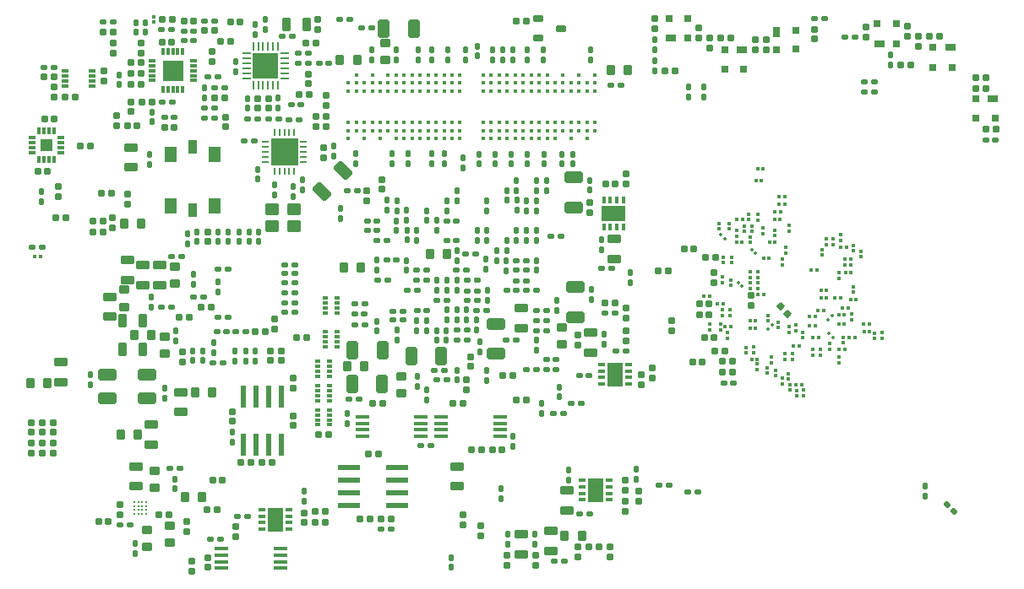
<source format=gbp>
G04 Layer_Color=128*
%FSLAX44Y44*%
%MOMM*%
G71*
G01*
G75*
G04:AMPARAMS|DCode=19|XSize=1.3mm|YSize=0.8mm|CornerRadius=0.1mm|HoleSize=0mm|Usage=FLASHONLY|Rotation=0.000|XOffset=0mm|YOffset=0mm|HoleType=Round|Shape=RoundedRectangle|*
%AMROUNDEDRECTD19*
21,1,1.3000,0.6000,0,0,0.0*
21,1,1.1000,0.8000,0,0,0.0*
1,1,0.2000,0.5500,-0.3000*
1,1,0.2000,-0.5500,-0.3000*
1,1,0.2000,-0.5500,0.3000*
1,1,0.2000,0.5500,0.3000*
%
%ADD19ROUNDEDRECTD19*%
G04:AMPARAMS|DCode=20|XSize=1.3mm|YSize=0.8mm|CornerRadius=0.1mm|HoleSize=0mm|Usage=FLASHONLY|Rotation=90.000|XOffset=0mm|YOffset=0mm|HoleType=Round|Shape=RoundedRectangle|*
%AMROUNDEDRECTD20*
21,1,1.3000,0.6000,0,0,90.0*
21,1,1.1000,0.8000,0,0,90.0*
1,1,0.2000,0.3000,0.5500*
1,1,0.2000,0.3000,-0.5500*
1,1,0.2000,-0.3000,-0.5500*
1,1,0.2000,-0.3000,0.5500*
%
%ADD20ROUNDEDRECTD20*%
%ADD21R,0.3000X0.3500*%
G04:AMPARAMS|DCode=24|XSize=0.6mm|YSize=0.6mm|CornerRadius=0.06mm|HoleSize=0mm|Usage=FLASHONLY|Rotation=0.000|XOffset=0mm|YOffset=0mm|HoleType=Round|Shape=RoundedRectangle|*
%AMROUNDEDRECTD24*
21,1,0.6000,0.4800,0,0,0.0*
21,1,0.4800,0.6000,0,0,0.0*
1,1,0.1200,0.2400,-0.2400*
1,1,0.1200,-0.2400,-0.2400*
1,1,0.1200,-0.2400,0.2400*
1,1,0.1200,0.2400,0.2400*
%
%ADD24ROUNDEDRECTD24*%
G04:AMPARAMS|DCode=28|XSize=0.5mm|YSize=0.6mm|CornerRadius=0.05mm|HoleSize=0mm|Usage=FLASHONLY|Rotation=180.000|XOffset=0mm|YOffset=0mm|HoleType=Round|Shape=RoundedRectangle|*
%AMROUNDEDRECTD28*
21,1,0.5000,0.5000,0,0,180.0*
21,1,0.4000,0.6000,0,0,180.0*
1,1,0.1000,-0.2000,0.2500*
1,1,0.1000,0.2000,0.2500*
1,1,0.1000,0.2000,-0.2500*
1,1,0.1000,-0.2000,-0.2500*
%
%ADD28ROUNDEDRECTD28*%
G04:AMPARAMS|DCode=33|XSize=0.5mm|YSize=0.6mm|CornerRadius=0.05mm|HoleSize=0mm|Usage=FLASHONLY|Rotation=90.000|XOffset=0mm|YOffset=0mm|HoleType=Round|Shape=RoundedRectangle|*
%AMROUNDEDRECTD33*
21,1,0.5000,0.5000,0,0,90.0*
21,1,0.4000,0.6000,0,0,90.0*
1,1,0.1000,0.2500,0.2000*
1,1,0.1000,0.2500,-0.2000*
1,1,0.1000,-0.2500,-0.2000*
1,1,0.1000,-0.2500,0.2000*
%
%ADD33ROUNDEDRECTD33*%
G04:AMPARAMS|DCode=35|XSize=0.6mm|YSize=0.6mm|CornerRadius=0.06mm|HoleSize=0mm|Usage=FLASHONLY|Rotation=270.000|XOffset=0mm|YOffset=0mm|HoleType=Round|Shape=RoundedRectangle|*
%AMROUNDEDRECTD35*
21,1,0.6000,0.4800,0,0,270.0*
21,1,0.4800,0.6000,0,0,270.0*
1,1,0.1200,-0.2400,-0.2400*
1,1,0.1200,-0.2400,0.2400*
1,1,0.1200,0.2400,0.2400*
1,1,0.1200,0.2400,-0.2400*
%
%ADD35ROUNDEDRECTD35*%
%ADD36R,0.7000X0.3000*%
%ADD37R,1.6000X2.3500*%
G04:AMPARAMS|DCode=46|XSize=1mm|YSize=0.9mm|CornerRadius=0.1125mm|HoleSize=0mm|Usage=FLASHONLY|Rotation=90.000|XOffset=0mm|YOffset=0mm|HoleType=Round|Shape=RoundedRectangle|*
%AMROUNDEDRECTD46*
21,1,1.0000,0.6750,0,0,90.0*
21,1,0.7750,0.9000,0,0,90.0*
1,1,0.2250,0.3375,0.3875*
1,1,0.2250,0.3375,-0.3875*
1,1,0.2250,-0.3375,-0.3875*
1,1,0.2250,-0.3375,0.3875*
%
%ADD46ROUNDEDRECTD46*%
G04:AMPARAMS|DCode=47|XSize=1mm|YSize=0.9mm|CornerRadius=0.1125mm|HoleSize=0mm|Usage=FLASHONLY|Rotation=180.000|XOffset=0mm|YOffset=0mm|HoleType=Round|Shape=RoundedRectangle|*
%AMROUNDEDRECTD47*
21,1,1.0000,0.6750,0,0,180.0*
21,1,0.7750,0.9000,0,0,180.0*
1,1,0.2250,-0.3875,0.3375*
1,1,0.2250,0.3875,0.3375*
1,1,0.2250,0.3875,-0.3375*
1,1,0.2250,-0.3875,-0.3375*
%
%ADD47ROUNDEDRECTD47*%
G04:AMPARAMS|DCode=53|XSize=0.5mm|YSize=0.6mm|CornerRadius=0.05mm|HoleSize=0mm|Usage=FLASHONLY|Rotation=225.000|XOffset=0mm|YOffset=0mm|HoleType=Round|Shape=RoundedRectangle|*
%AMROUNDEDRECTD53*
21,1,0.5000,0.5000,0,0,225.0*
21,1,0.4000,0.6000,0,0,225.0*
1,1,0.1000,-0.3182,0.0354*
1,1,0.1000,-0.0354,0.3182*
1,1,0.1000,0.3182,-0.0354*
1,1,0.1000,0.0354,-0.3182*
%
%ADD53ROUNDEDRECTD53*%
G04:AMPARAMS|DCode=59|XSize=0.6mm|YSize=0.6mm|CornerRadius=0.06mm|HoleSize=0mm|Usage=FLASHONLY|Rotation=45.000|XOffset=0mm|YOffset=0mm|HoleType=Round|Shape=RoundedRectangle|*
%AMROUNDEDRECTD59*
21,1,0.6000,0.4800,0,0,45.0*
21,1,0.4800,0.6000,0,0,45.0*
1,1,0.1200,0.3394,0.0000*
1,1,0.1200,0.0000,-0.3394*
1,1,0.1200,-0.3394,0.0000*
1,1,0.1200,0.0000,0.3394*
%
%ADD59ROUNDEDRECTD59*%
%ADD65R,0.6000X0.3500*%
%ADD66R,0.6000X0.3000*%
G04:AMPARAMS|DCode=73|XSize=1.8mm|YSize=1.15mm|CornerRadius=0.1437mm|HoleSize=0mm|Usage=FLASHONLY|Rotation=180.000|XOffset=0mm|YOffset=0mm|HoleType=Round|Shape=RoundedRectangle|*
%AMROUNDEDRECTD73*
21,1,1.8000,0.8625,0,0,180.0*
21,1,1.5125,1.1500,0,0,180.0*
1,1,0.2875,-0.7562,0.4313*
1,1,0.2875,0.7562,0.4313*
1,1,0.2875,0.7562,-0.4313*
1,1,0.2875,-0.7562,-0.4313*
%
%ADD73ROUNDEDRECTD73*%
G04:AMPARAMS|DCode=80|XSize=1.8mm|YSize=1.15mm|CornerRadius=0.1437mm|HoleSize=0mm|Usage=FLASHONLY|Rotation=90.000|XOffset=0mm|YOffset=0mm|HoleType=Round|Shape=RoundedRectangle|*
%AMROUNDEDRECTD80*
21,1,1.8000,0.8625,0,0,90.0*
21,1,1.5125,1.1500,0,0,90.0*
1,1,0.2875,0.4313,0.7562*
1,1,0.2875,0.4313,-0.7562*
1,1,0.2875,-0.4313,-0.7562*
1,1,0.2875,-0.4313,0.7562*
%
%ADD80ROUNDEDRECTD80*%
%ADD95R,0.3000X0.7000*%
%ADD96R,2.3500X1.6000*%
%ADD135R,0.7000X0.7000*%
%ADD136R,1.0000X0.7000*%
%ADD137R,0.7000X0.7000*%
%ADD138R,0.7000X1.0000*%
G04:AMPARAMS|DCode=139|XSize=0.6mm|YSize=1mm|CornerRadius=0.075mm|HoleSize=0mm|Usage=FLASHONLY|Rotation=90.000|XOffset=0mm|YOffset=0mm|HoleType=Round|Shape=RoundedRectangle|*
%AMROUNDEDRECTD139*
21,1,0.6000,0.8500,0,0,90.0*
21,1,0.4500,1.0000,0,0,90.0*
1,1,0.1500,0.4250,0.2250*
1,1,0.1500,0.4250,-0.2250*
1,1,0.1500,-0.4250,-0.2250*
1,1,0.1500,-0.4250,0.2250*
%
%ADD139ROUNDEDRECTD139*%
%ADD140R,0.2500X0.8000*%
%ADD141R,0.8000X0.2500*%
%ADD142R,2.7000X2.7000*%
%ADD143R,0.3500X0.3000*%
%ADD144R,0.8000X0.3000*%
%ADD145R,0.3000X0.8000*%
%ADD146R,1.2500X1.2500*%
%ADD147C,0.4500*%
G04:AMPARAMS|DCode=148|XSize=1.8mm|YSize=1.2mm|CornerRadius=0.15mm|HoleSize=0mm|Usage=FLASHONLY|Rotation=180.000|XOffset=0mm|YOffset=0mm|HoleType=Round|Shape=RoundedRectangle|*
%AMROUNDEDRECTD148*
21,1,1.8000,0.9000,0,0,180.0*
21,1,1.5000,1.2000,0,0,180.0*
1,1,0.3000,-0.7500,0.4500*
1,1,0.3000,0.7500,0.4500*
1,1,0.3000,0.7500,-0.4500*
1,1,0.3000,-0.7500,-0.4500*
%
%ADD148ROUNDEDRECTD148*%
%ADD149R,2.2000X0.5500*%
%ADD150R,0.5500X2.2000*%
%ADD151R,1.4000X0.4500*%
%ADD152O,0.2500X0.9000*%
%ADD153O,0.9000X0.2500*%
%ADD154R,2.6000X2.6000*%
G04:AMPARAMS|DCode=155|XSize=1.4mm|YSize=1.2mm|CornerRadius=0.15mm|HoleSize=0mm|Usage=FLASHONLY|Rotation=0.000|XOffset=0mm|YOffset=0mm|HoleType=Round|Shape=RoundedRectangle|*
%AMROUNDEDRECTD155*
21,1,1.4000,0.9000,0,0,0.0*
21,1,1.1000,1.2000,0,0,0.0*
1,1,0.3000,0.5500,-0.4500*
1,1,0.3000,-0.5500,-0.4500*
1,1,0.3000,-0.5500,0.4500*
1,1,0.3000,0.5500,0.4500*
%
%ADD155ROUNDEDRECTD155*%
%ADD156C,0.2000*%
G04:AMPARAMS|DCode=157|XSize=0.3mm|YSize=0.35mm|CornerRadius=0mm|HoleSize=0mm|Usage=FLASHONLY|Rotation=225.000|XOffset=0mm|YOffset=0mm|HoleType=Round|Shape=Rectangle|*
%AMROTATEDRECTD157*
4,1,4,-0.0177,0.2298,0.2298,-0.0177,0.0177,-0.2298,-0.2298,0.0177,-0.0177,0.2298,0.0*
%
%ADD157ROTATEDRECTD157*%

G04:AMPARAMS|DCode=158|XSize=0.3mm|YSize=0.35mm|CornerRadius=0mm|HoleSize=0mm|Usage=FLASHONLY|Rotation=315.000|XOffset=0mm|YOffset=0mm|HoleType=Round|Shape=Rectangle|*
%AMROTATEDRECTD158*
4,1,4,-0.2298,-0.0177,0.0177,0.2298,0.2298,0.0177,-0.0177,-0.2298,-0.2298,-0.0177,0.0*
%
%ADD158ROTATEDRECTD158*%

%ADD159R,0.9000X1.4000*%
%ADD160R,1.2000X1.5000*%
%ADD161R,2.1000X2.1000*%
G04:AMPARAMS|DCode=162|XSize=1.8mm|YSize=1.15mm|CornerRadius=0.1437mm|HoleSize=0mm|Usage=FLASHONLY|Rotation=315.000|XOffset=0mm|YOffset=0mm|HoleType=Round|Shape=RoundedRectangle|*
%AMROUNDEDRECTD162*
21,1,1.8000,0.8625,0,0,315.0*
21,1,1.5125,1.1500,0,0,315.0*
1,1,0.2875,0.2298,-0.8397*
1,1,0.2875,-0.8397,0.2298*
1,1,0.2875,-0.2298,0.8397*
1,1,0.2875,0.8397,-0.2298*
%
%ADD162ROUNDEDRECTD162*%
D19*
X108000Y428750D02*
D03*
Y448750D02*
D03*
X37500Y233500D02*
D03*
Y213500D02*
D03*
X499500Y287750D02*
D03*
Y267750D02*
D03*
X435000Y108750D02*
D03*
Y128750D02*
D03*
X157750Y183500D02*
D03*
Y203500D02*
D03*
X128500Y151000D02*
D03*
Y171000D02*
D03*
X104250Y316000D02*
D03*
Y336000D02*
D03*
X86750Y299000D02*
D03*
Y279000D02*
D03*
X136750Y310750D02*
D03*
Y330750D02*
D03*
X119500Y310750D02*
D03*
X119500Y330750D02*
D03*
X568500Y243000D02*
D03*
Y263000D02*
D03*
X544650Y104890D02*
D03*
Y84890D02*
D03*
X499000Y60750D02*
D03*
Y40750D02*
D03*
X529125Y64250D02*
D03*
Y44250D02*
D03*
X113500Y129000D02*
D03*
Y109000D02*
D03*
X592500Y357250D02*
D03*
Y337250D02*
D03*
D20*
X283750Y572250D02*
D03*
X263750D02*
D03*
X119750Y275250D02*
D03*
X99750Y275250D02*
D03*
X119500Y246500D02*
D03*
X99500D02*
D03*
D21*
X17300Y339500D02*
D03*
X11700D02*
D03*
X739800Y416000D02*
D03*
X734200D02*
D03*
X805050Y297750D02*
D03*
X799450D02*
D03*
X780004Y210886D02*
D03*
X774404D02*
D03*
X819460Y348687D02*
D03*
X825060D02*
D03*
X823710Y337187D02*
D03*
X829310D02*
D03*
X823460Y330687D02*
D03*
X829060D02*
D03*
X824174Y323073D02*
D03*
X829774D02*
D03*
X795310Y325437D02*
D03*
X789710D02*
D03*
X805100Y305250D02*
D03*
X799500D02*
D03*
X819290Y297813D02*
D03*
X813690D02*
D03*
X828960Y296187D02*
D03*
X834560D02*
D03*
X826540Y288063D02*
D03*
X820940D02*
D03*
X817210Y280687D02*
D03*
X822810D02*
D03*
X842460Y271437D02*
D03*
X848060D02*
D03*
X802063Y285260D02*
D03*
X796463D02*
D03*
X817210Y271937D02*
D03*
X822810D02*
D03*
X848100Y264250D02*
D03*
X842500D02*
D03*
X828010Y258487D02*
D03*
X833610D02*
D03*
X793810Y278937D02*
D03*
X788210D02*
D03*
X793750Y270187D02*
D03*
X788150D02*
D03*
X791250Y258250D02*
D03*
X796850D02*
D03*
X771960Y249937D02*
D03*
X777560D02*
D03*
X817748Y246289D02*
D03*
X823348D02*
D03*
X735900Y427250D02*
D03*
X741500D02*
D03*
X762930Y399817D02*
D03*
X757330D02*
D03*
X763010Y392000D02*
D03*
X757410D02*
D03*
X758810Y384187D02*
D03*
X753210D02*
D03*
X752900Y376250D02*
D03*
X758500D02*
D03*
X720760Y376437D02*
D03*
X715160D02*
D03*
X720510Y353387D02*
D03*
X714910D02*
D03*
X753500Y354000D02*
D03*
X747900D02*
D03*
X741826Y337437D02*
D03*
X747426D02*
D03*
X687710Y299737D02*
D03*
X682110D02*
D03*
X735810Y236437D02*
D03*
X730210D02*
D03*
X709000Y269387D02*
D03*
X703400D02*
D03*
X734060Y267687D02*
D03*
X728460D02*
D03*
Y275437D02*
D03*
X734060D02*
D03*
X701310Y292187D02*
D03*
X695710D02*
D03*
X736460Y300937D02*
D03*
X742060D02*
D03*
D24*
X304000Y491000D02*
D03*
Y501000D02*
D03*
X844250Y559750D02*
D03*
Y569750D02*
D03*
X886000Y570500D02*
D03*
Y560500D02*
D03*
X897000D02*
D03*
Y550500D02*
D03*
X733448Y557125D02*
D03*
Y547125D02*
D03*
X677250Y568500D02*
D03*
Y558500D02*
D03*
X688250D02*
D03*
Y548500D02*
D03*
X744448Y547125D02*
D03*
Y557125D02*
D03*
X632750Y567750D02*
D03*
Y577750D02*
D03*
X793250Y557500D02*
D03*
Y567500D02*
D03*
X270250Y207250D02*
D03*
Y217250D02*
D03*
X213000Y68250D02*
D03*
Y58250D02*
D03*
X649750Y265250D02*
D03*
Y275250D02*
D03*
X35250Y409750D02*
D03*
Y399750D02*
D03*
X117750Y553500D02*
D03*
Y543500D02*
D03*
X90250Y553750D02*
D03*
Y543750D02*
D03*
X295250Y567000D02*
D03*
Y577000D02*
D03*
X89750Y368250D02*
D03*
Y378250D02*
D03*
X202605Y479429D02*
D03*
Y469429D02*
D03*
X189250Y535000D02*
D03*
Y545000D02*
D03*
X270750Y169750D02*
D03*
Y179750D02*
D03*
X209750Y174000D02*
D03*
Y184000D02*
D03*
X184750Y364250D02*
D03*
Y354250D02*
D03*
X252250Y266750D02*
D03*
Y276750D02*
D03*
X258500Y235000D02*
D03*
Y245000D02*
D03*
X247750Y235000D02*
D03*
Y245000D02*
D03*
X159500Y233500D02*
D03*
Y243500D02*
D03*
X448000Y229000D02*
D03*
Y239000D02*
D03*
X444500Y215500D02*
D03*
Y205500D02*
D03*
X440750Y70250D02*
D03*
Y80250D02*
D03*
X604000Y254500D02*
D03*
Y264500D02*
D03*
X603650Y114640D02*
D03*
Y104640D02*
D03*
Y83640D02*
D03*
Y93640D02*
D03*
X556000Y48250D02*
D03*
Y38250D02*
D03*
X616650Y103640D02*
D03*
X616650Y93640D02*
D03*
X630250Y217500D02*
D03*
Y227500D02*
D03*
X587750Y38250D02*
D03*
Y48250D02*
D03*
X604500Y422500D02*
D03*
Y412500D02*
D03*
X281610Y72360D02*
D03*
Y82360D02*
D03*
X513500Y29750D02*
D03*
Y39750D02*
D03*
X485000Y29750D02*
D03*
X485000Y39750D02*
D03*
X29750Y142500D02*
D03*
Y152500D02*
D03*
X8250Y142500D02*
D03*
X8250Y152500D02*
D03*
X19000Y142500D02*
D03*
Y152500D02*
D03*
X19000Y173000D02*
D03*
Y163000D02*
D03*
X8250Y173000D02*
D03*
Y163000D02*
D03*
X29750Y173000D02*
D03*
Y163000D02*
D03*
X300750Y438500D02*
D03*
Y448500D02*
D03*
X692250Y323000D02*
D03*
Y313000D02*
D03*
X729510Y290187D02*
D03*
Y300187D02*
D03*
X31000Y499250D02*
D03*
Y509250D02*
D03*
X285500Y512625D02*
D03*
Y522625D02*
D03*
X246000Y488125D02*
D03*
Y498125D02*
D03*
X235000Y488125D02*
D03*
Y498125D02*
D03*
X104250Y401750D02*
D03*
Y391750D02*
D03*
X107750Y494750D02*
D03*
Y484750D02*
D03*
X93250Y481000D02*
D03*
Y471000D02*
D03*
X80750Y525250D02*
D03*
Y515250D02*
D03*
X293500Y480000D02*
D03*
Y470000D02*
D03*
X164000Y63750D02*
D03*
Y73750D02*
D03*
X604250Y278000D02*
D03*
Y288000D02*
D03*
X169000Y33750D02*
D03*
Y23750D02*
D03*
X184750Y37500D02*
D03*
Y27500D02*
D03*
X555750Y260250D02*
D03*
Y250250D02*
D03*
X304000Y470000D02*
D03*
Y480000D02*
D03*
X567750Y393250D02*
D03*
X567750Y383250D02*
D03*
X619250Y220750D02*
D03*
Y210750D02*
D03*
X458500Y69000D02*
D03*
Y59000D02*
D03*
X97250Y90500D02*
D03*
Y80500D02*
D03*
X359750Y406750D02*
D03*
Y416750D02*
D03*
X344500Y405500D02*
D03*
Y395500D02*
D03*
D28*
X514750Y325500D02*
D03*
Y335500D02*
D03*
X682000Y509250D02*
D03*
Y499250D02*
D03*
X666750Y509250D02*
D03*
Y499250D02*
D03*
X904000Y98750D02*
D03*
Y108750D02*
D03*
X454750Y355750D02*
D03*
Y365750D02*
D03*
X514500Y415750D02*
D03*
Y405750D02*
D03*
X504500Y395250D02*
D03*
Y385250D02*
D03*
X514250Y365750D02*
D03*
Y355750D02*
D03*
X414500Y365500D02*
D03*
Y375500D02*
D03*
X384500Y356000D02*
D03*
Y366000D02*
D03*
X364250Y385750D02*
D03*
Y395750D02*
D03*
X424500Y395250D02*
D03*
Y385250D02*
D03*
X514250Y395250D02*
D03*
Y385250D02*
D03*
X374500Y395500D02*
D03*
Y385500D02*
D03*
X404500Y375500D02*
D03*
Y385500D02*
D03*
X494750Y395750D02*
D03*
Y385750D02*
D03*
X494500Y415750D02*
D03*
Y405750D02*
D03*
X537500Y208500D02*
D03*
Y198500D02*
D03*
X395250Y209000D02*
D03*
Y219000D02*
D03*
X434500Y215500D02*
D03*
Y225500D02*
D03*
X464500Y215250D02*
D03*
Y225250D02*
D03*
X354750Y274500D02*
D03*
Y264500D02*
D03*
X324500Y171750D02*
D03*
Y181750D02*
D03*
X484500Y355750D02*
D03*
Y345750D02*
D03*
X424000Y265250D02*
D03*
Y255250D02*
D03*
X434500Y285750D02*
D03*
Y275750D02*
D03*
X424500Y285750D02*
D03*
Y275750D02*
D03*
X414250Y255250D02*
D03*
Y265250D02*
D03*
X404500Y265000D02*
D03*
Y275000D02*
D03*
X394250Y265250D02*
D03*
Y275250D02*
D03*
X454500Y265500D02*
D03*
Y275500D02*
D03*
X444500Y285750D02*
D03*
Y275750D02*
D03*
X465000Y295500D02*
D03*
Y305500D02*
D03*
X434500Y305500D02*
D03*
Y315500D02*
D03*
X458000Y243500D02*
D03*
Y253500D02*
D03*
X434500Y345500D02*
D03*
Y335500D02*
D03*
X414750Y305500D02*
D03*
Y315500D02*
D03*
X424500Y305750D02*
D03*
Y315750D02*
D03*
X464000Y336750D02*
D03*
Y326750D02*
D03*
X514500Y255500D02*
D03*
Y245500D02*
D03*
X494500Y365250D02*
D03*
Y355250D02*
D03*
X374750Y265500D02*
D03*
Y255500D02*
D03*
X384250Y385750D02*
D03*
Y375750D02*
D03*
X474250Y345500D02*
D03*
Y335500D02*
D03*
X374250Y375250D02*
D03*
Y365250D02*
D03*
X484250Y325250D02*
D03*
Y335250D02*
D03*
X464500Y395500D02*
D03*
Y385500D02*
D03*
X435000Y405500D02*
D03*
Y395500D02*
D03*
X464500Y355250D02*
D03*
Y365250D02*
D03*
X524500Y415750D02*
D03*
Y405750D02*
D03*
X394250Y355500D02*
D03*
Y365500D02*
D03*
X504500Y365250D02*
D03*
Y355250D02*
D03*
X18000Y394500D02*
D03*
Y404500D02*
D03*
X127000Y442000D02*
D03*
Y432000D02*
D03*
X235000Y417000D02*
D03*
Y427000D02*
D03*
X369500Y442750D02*
D03*
Y432750D02*
D03*
X440750Y428250D02*
D03*
Y438250D02*
D03*
X470000Y546500D02*
D03*
Y536500D02*
D03*
X491000Y546500D02*
D03*
Y536500D02*
D03*
X505000Y546750D02*
D03*
Y536750D02*
D03*
X409750Y546750D02*
D03*
Y536750D02*
D03*
X425500Y546750D02*
D03*
Y536750D02*
D03*
X443000Y547000D02*
D03*
Y537000D02*
D03*
X396250Y546750D02*
D03*
Y536750D02*
D03*
X550500Y432250D02*
D03*
Y442250D02*
D03*
X522000Y432250D02*
D03*
Y442250D02*
D03*
X311500Y440500D02*
D03*
Y450500D02*
D03*
X480750Y546500D02*
D03*
Y536500D02*
D03*
X569000Y546750D02*
D03*
Y536750D02*
D03*
X409750Y432750D02*
D03*
Y442750D02*
D03*
X333500Y432750D02*
D03*
Y442750D02*
D03*
X455000Y550500D02*
D03*
Y540500D02*
D03*
X456750Y432250D02*
D03*
Y442250D02*
D03*
X421750Y432750D02*
D03*
Y442750D02*
D03*
X349500Y546500D02*
D03*
Y536500D02*
D03*
X374250Y546750D02*
D03*
Y536750D02*
D03*
X164500Y352250D02*
D03*
Y362250D02*
D03*
X232750Y244750D02*
D03*
Y234750D02*
D03*
X236250Y354250D02*
D03*
Y364250D02*
D03*
X205250Y354250D02*
D03*
Y364250D02*
D03*
X191250Y243250D02*
D03*
Y253250D02*
D03*
X195500Y304000D02*
D03*
Y314000D02*
D03*
X222750Y234750D02*
D03*
Y244750D02*
D03*
X226250Y364250D02*
D03*
Y354250D02*
D03*
X195250Y364250D02*
D03*
Y354250D02*
D03*
X174250Y354250D02*
D03*
Y364250D02*
D03*
X170000Y235000D02*
D03*
Y245000D02*
D03*
X180000D02*
D03*
Y235000D02*
D03*
X212500Y244750D02*
D03*
Y234750D02*
D03*
X216750Y364250D02*
D03*
Y354250D02*
D03*
X128104Y288354D02*
D03*
Y298354D02*
D03*
X153250Y254500D02*
D03*
Y264500D02*
D03*
X170500Y321500D02*
D03*
Y311500D02*
D03*
X209750Y153000D02*
D03*
Y163000D02*
D03*
X67000Y221000D02*
D03*
Y211000D02*
D03*
X142000Y197000D02*
D03*
Y207000D02*
D03*
X490500Y149000D02*
D03*
Y159000D02*
D03*
X428750Y37500D02*
D03*
Y27500D02*
D03*
X521000Y546750D02*
D03*
Y536750D02*
D03*
X539500Y442250D02*
D03*
Y432250D02*
D03*
X505000Y442250D02*
D03*
Y432250D02*
D03*
X489000Y442250D02*
D03*
Y432250D02*
D03*
X473000Y442250D02*
D03*
Y432250D02*
D03*
X582500Y251750D02*
D03*
Y261750D02*
D03*
X614150Y126140D02*
D03*
Y116140D02*
D03*
X213000Y535000D02*
D03*
Y525000D02*
D03*
X546650Y125140D02*
D03*
Y115140D02*
D03*
X282000Y94250D02*
D03*
X282000Y104250D02*
D03*
X567750Y406000D02*
D03*
Y416000D02*
D03*
X485250Y61000D02*
D03*
Y51000D02*
D03*
X512750D02*
D03*
Y61000D02*
D03*
X280250Y416500D02*
D03*
Y406500D02*
D03*
X270250Y409750D02*
D03*
Y399750D02*
D03*
X251750Y411000D02*
D03*
Y401000D02*
D03*
X112750Y564250D02*
D03*
Y574250D02*
D03*
X255500Y488250D02*
D03*
Y498250D02*
D03*
X224750Y488125D02*
D03*
Y498125D02*
D03*
X232500Y572000D02*
D03*
Y562000D02*
D03*
X242500Y577000D02*
D03*
Y567000D02*
D03*
X129250Y474500D02*
D03*
Y484500D02*
D03*
X122750Y564250D02*
D03*
Y574250D02*
D03*
X96250Y521750D02*
D03*
Y511750D02*
D03*
X181250Y499000D02*
D03*
Y509000D02*
D03*
X569500Y306250D02*
D03*
Y296250D02*
D03*
X534750Y285250D02*
D03*
Y295250D02*
D03*
X404500Y205750D02*
D03*
Y195750D02*
D03*
X354500Y325750D02*
D03*
Y335750D02*
D03*
X484500Y405750D02*
D03*
Y395750D02*
D03*
X112250Y51250D02*
D03*
Y41250D02*
D03*
X152250Y116250D02*
D03*
Y106250D02*
D03*
X385750Y432500D02*
D03*
Y442500D02*
D03*
X384000Y335500D02*
D03*
Y325500D02*
D03*
X318250Y377250D02*
D03*
Y387250D02*
D03*
X479000Y106500D02*
D03*
Y96500D02*
D03*
X608750Y323250D02*
D03*
Y313250D02*
D03*
X579750Y346250D02*
D03*
Y356250D02*
D03*
X632750Y557000D02*
D03*
Y547000D02*
D03*
Y526000D02*
D03*
Y536000D02*
D03*
X868750Y531500D02*
D03*
Y541500D02*
D03*
X519750Y182250D02*
D03*
Y192250D02*
D03*
D33*
X843250Y504500D02*
D03*
X853250D02*
D03*
X843250Y514500D02*
D03*
X853250D02*
D03*
X637500Y109750D02*
D03*
X647500D02*
D03*
X676250Y103000D02*
D03*
X666250D02*
D03*
X327500Y577500D02*
D03*
X317500D02*
D03*
X424250Y355250D02*
D03*
X434250D02*
D03*
X504250Y325500D02*
D03*
X494250D02*
D03*
X514250Y305250D02*
D03*
X504250D02*
D03*
X484500Y305250D02*
D03*
X494500D02*
D03*
X434250Y375250D02*
D03*
X424250D02*
D03*
X344750D02*
D03*
X354750D02*
D03*
X344750Y365250D02*
D03*
X354750D02*
D03*
X326750Y196500D02*
D03*
X336750D02*
D03*
X514500Y225750D02*
D03*
X504500D02*
D03*
X332750Y292250D02*
D03*
X342750D02*
D03*
X332500Y270500D02*
D03*
X342500D02*
D03*
X424250Y215500D02*
D03*
X414250D02*
D03*
X541250Y181750D02*
D03*
X531250D02*
D03*
X332000Y281750D02*
D03*
X342000D02*
D03*
X384750Y305250D02*
D03*
X394750D02*
D03*
X434750Y255250D02*
D03*
X444750D02*
D03*
X435000Y265500D02*
D03*
X445000D02*
D03*
X370500Y276000D02*
D03*
X380500D02*
D03*
X370500Y284750D02*
D03*
X380500D02*
D03*
X464500Y285500D02*
D03*
X454500D02*
D03*
X444750Y295500D02*
D03*
X454750D02*
D03*
X424500Y295750D02*
D03*
X414500D02*
D03*
X444750Y305000D02*
D03*
X454750D02*
D03*
X445000Y315500D02*
D03*
X455000D02*
D03*
X394250Y325500D02*
D03*
X404250D02*
D03*
X394250Y315500D02*
D03*
X404250D02*
D03*
X443500Y342000D02*
D03*
X453500D02*
D03*
X484000Y255500D02*
D03*
X494000D02*
D03*
X524500Y285250D02*
D03*
X514500D02*
D03*
X524500Y265250D02*
D03*
X514500D02*
D03*
X534250Y235750D02*
D03*
X524250D02*
D03*
X534250Y225750D02*
D03*
X524250D02*
D03*
X355000Y315500D02*
D03*
X365000D02*
D03*
X324500Y405500D02*
D03*
X334500D02*
D03*
X538750Y359750D02*
D03*
X528750D02*
D03*
X494500Y315250D02*
D03*
X504500D02*
D03*
X434250Y325500D02*
D03*
X444250D02*
D03*
X221750Y455750D02*
D03*
X231750D02*
D03*
X598750Y511500D02*
D03*
X588750D02*
D03*
X278500Y491500D02*
D03*
X268500D02*
D03*
X195000Y278750D02*
D03*
X205000D02*
D03*
X195000Y327000D02*
D03*
X205000D02*
D03*
X262000Y293250D02*
D03*
X272000D02*
D03*
X262000Y303250D02*
D03*
X272000D02*
D03*
X148500Y339500D02*
D03*
X158500D02*
D03*
X272000Y283250D02*
D03*
X262000D02*
D03*
X272000Y313250D02*
D03*
X262000D02*
D03*
X200000Y232750D02*
D03*
X190000D02*
D03*
X262000Y322500D02*
D03*
X272000D02*
D03*
X204000Y264250D02*
D03*
X194000D02*
D03*
X272000Y331250D02*
D03*
X262000D02*
D03*
X223250Y264250D02*
D03*
X213250D02*
D03*
X138750Y288500D02*
D03*
X148750D02*
D03*
X170500Y299000D02*
D03*
X180500D02*
D03*
X398750Y149750D02*
D03*
X408750D02*
D03*
X702002Y212507D02*
D03*
X712002Y212507D02*
D03*
X18750Y348500D02*
D03*
X8750D02*
D03*
X157000Y126750D02*
D03*
X147000D02*
D03*
X557250Y220000D02*
D03*
X567250D02*
D03*
X567900Y81390D02*
D03*
X557900D02*
D03*
X593250Y282750D02*
D03*
X583250D02*
D03*
X358500Y66000D02*
D03*
X368500D02*
D03*
X197750Y55500D02*
D03*
X187750D02*
D03*
X276500Y476250D02*
D03*
X266500D02*
D03*
X275500Y533125D02*
D03*
X285500D02*
D03*
X296500D02*
D03*
X306500D02*
D03*
X285500Y543125D02*
D03*
X275500D02*
D03*
X256000Y477750D02*
D03*
X246000D02*
D03*
X225000D02*
D03*
X235000D02*
D03*
X151500Y479500D02*
D03*
X141500D02*
D03*
X139750Y494250D02*
D03*
X149750D02*
D03*
X269500Y560000D02*
D03*
X259500D02*
D03*
X171000Y555750D02*
D03*
X161000D02*
D03*
X148250Y566750D02*
D03*
X138250D02*
D03*
X171000Y565750D02*
D03*
X161000D02*
D03*
X191750Y575750D02*
D03*
X181750D02*
D03*
X90250Y575000D02*
D03*
X80250D02*
D03*
X21000Y529000D02*
D03*
X31000D02*
D03*
X201750Y509000D02*
D03*
X191750D02*
D03*
X181750Y478500D02*
D03*
X191750D02*
D03*
X181750Y488500D02*
D03*
X191750D02*
D03*
X195000Y519500D02*
D03*
X185000D02*
D03*
X224500Y78750D02*
D03*
X214500D02*
D03*
X524500Y275250D02*
D03*
X514500D02*
D03*
X421750Y225500D02*
D03*
X411750D02*
D03*
X394750Y285500D02*
D03*
X404750D02*
D03*
X364250Y355250D02*
D03*
X354250D02*
D03*
X504250Y335250D02*
D03*
X494250D02*
D03*
X96750Y70500D02*
D03*
X106750D02*
D03*
X532250Y34000D02*
D03*
X542250D02*
D03*
X364250Y335750D02*
D03*
X374250D02*
D03*
X549500Y192000D02*
D03*
X559500D02*
D03*
X349000Y568750D02*
D03*
X339000D02*
D03*
X579500Y327250D02*
D03*
X589500D02*
D03*
X604000Y244750D02*
D03*
X594000D02*
D03*
X833250Y559750D02*
D03*
X823250D02*
D03*
X793250Y578000D02*
D03*
X803250D02*
D03*
X964552Y456605D02*
D03*
X974551D02*
D03*
D35*
X974625Y467198D02*
D03*
X964625D02*
D03*
X918000Y560500D02*
D03*
X908000D02*
D03*
X964750Y519250D02*
D03*
X954750D02*
D03*
X889250Y531500D02*
D03*
X879250D02*
D03*
X954750Y508250D02*
D03*
X964750D02*
D03*
X709250Y558500D02*
D03*
X699250D02*
D03*
X653250Y526000D02*
D03*
X643250D02*
D03*
X593500Y412500D02*
D03*
X583500Y412500D02*
D03*
X636750Y324750D02*
D03*
X646750D02*
D03*
X662250Y346750D02*
D03*
X672250D02*
D03*
X677500Y280750D02*
D03*
X687500D02*
D03*
X31250Y477000D02*
D03*
X21250D02*
D03*
X88750Y403250D02*
D03*
X78750D02*
D03*
X293500Y553750D02*
D03*
X283500D02*
D03*
X90250Y564750D02*
D03*
X80250D02*
D03*
X24500Y425000D02*
D03*
X14500D02*
D03*
X207500Y574500D02*
D03*
X217500D02*
D03*
X208000Y555500D02*
D03*
X198000D02*
D03*
X57000Y450000D02*
D03*
X67000D02*
D03*
X355750Y141000D02*
D03*
X345750D02*
D03*
X358500Y76500D02*
D03*
X368500D02*
D03*
X347500D02*
D03*
X337500D02*
D03*
X218000Y132750D02*
D03*
X228000D02*
D03*
X239000D02*
D03*
X249000D02*
D03*
X188500Y288750D02*
D03*
X178500D02*
D03*
X273750Y257750D02*
D03*
X283750D02*
D03*
X242500Y264250D02*
D03*
X232500D02*
D03*
X156465Y278750D02*
D03*
X166464D02*
D03*
X296250Y160500D02*
D03*
X306250D02*
D03*
X682500Y257750D02*
D03*
X692500D02*
D03*
X459000Y145250D02*
D03*
X449000D02*
D03*
X480000D02*
D03*
X470000D02*
D03*
X440750Y191750D02*
D03*
X430750D02*
D03*
X292610Y72360D02*
D03*
X302610D02*
D03*
X189750Y114750D02*
D03*
X199750D02*
D03*
X577000Y48250D02*
D03*
X567000D02*
D03*
X302610Y83360D02*
D03*
X292610Y83360D02*
D03*
X70000Y375000D02*
D03*
X80000D02*
D03*
X70000Y364000D02*
D03*
X80000D02*
D03*
X136125Y80125D02*
D03*
X146125D02*
D03*
X683510Y338687D02*
D03*
X693510D02*
D03*
X677510Y291687D02*
D03*
X687510D02*
D03*
X276750Y501750D02*
D03*
X286750D02*
D03*
X151500Y469000D02*
D03*
X141500D02*
D03*
X104250Y471000D02*
D03*
X114250D02*
D03*
X119250Y494250D02*
D03*
X129250D02*
D03*
X149000Y554250D02*
D03*
X139000D02*
D03*
X191500Y566000D02*
D03*
X181500D02*
D03*
X161000Y575500D02*
D03*
X171000D02*
D03*
X149750Y577250D02*
D03*
X139750D02*
D03*
X21000Y519750D02*
D03*
X31000D02*
D03*
X42000Y499250D02*
D03*
X52000D02*
D03*
X191750Y498500D02*
D03*
X201750D02*
D03*
X107750Y533750D02*
D03*
X117750D02*
D03*
X107750Y522750D02*
D03*
X117750D02*
D03*
X107750Y511750D02*
D03*
X117750D02*
D03*
X494000Y575500D02*
D03*
X504000D02*
D03*
X583250Y293250D02*
D03*
X593250D02*
D03*
X670750Y233500D02*
D03*
X680750D02*
D03*
X701000Y234000D02*
D03*
X711000D02*
D03*
X701000Y223000D02*
D03*
X711000D02*
D03*
X693000Y245000D02*
D03*
X703000D02*
D03*
X350250Y192000D02*
D03*
X360250D02*
D03*
X494500Y195500D02*
D03*
X504500D02*
D03*
X490500Y220000D02*
D03*
X480500D02*
D03*
X32500Y378500D02*
D03*
X42500D02*
D03*
X194250Y85750D02*
D03*
X184250D02*
D03*
X75500Y73500D02*
D03*
X85500D02*
D03*
D36*
X69000Y525250D02*
D03*
Y520250D02*
D03*
Y515250D02*
D03*
Y510250D02*
D03*
X42000Y525250D02*
D03*
Y520250D02*
D03*
Y515250D02*
D03*
Y510250D02*
D03*
X170500Y536000D02*
D03*
Y531000D02*
D03*
Y526000D02*
D03*
Y521000D02*
D03*
Y516000D02*
D03*
X129500D02*
D03*
Y521000D02*
D03*
Y526000D02*
D03*
Y531000D02*
D03*
Y536000D02*
D03*
X587250Y114750D02*
D03*
Y108250D02*
D03*
Y101750D02*
D03*
Y95250D02*
D03*
X559750D02*
D03*
Y101750D02*
D03*
Y108250D02*
D03*
Y114750D02*
D03*
X607000Y231000D02*
D03*
Y224500D02*
D03*
Y218000D02*
D03*
Y211500D02*
D03*
X579500D02*
D03*
Y218000D02*
D03*
Y224500D02*
D03*
Y231000D02*
D03*
X266350Y85360D02*
D03*
Y78860D02*
D03*
Y72360D02*
D03*
Y65860D02*
D03*
X238850D02*
D03*
Y72360D02*
D03*
Y78860D02*
D03*
Y85360D02*
D03*
D37*
X573500Y105000D02*
D03*
X593250Y221250D02*
D03*
X252600Y75610D02*
D03*
D46*
X542750Y59250D02*
D03*
X559750D02*
D03*
X408000Y342250D02*
D03*
X425000D02*
D03*
X189250Y203250D02*
D03*
X172250D02*
D03*
X97500Y160750D02*
D03*
X114500D02*
D03*
X111000Y261000D02*
D03*
X128000D02*
D03*
X7250Y212125D02*
D03*
X24250Y212125D02*
D03*
X605500Y526500D02*
D03*
X588500D02*
D03*
X162500Y98500D02*
D03*
X179500D02*
D03*
X341500Y229250D02*
D03*
X324500D02*
D03*
X338000Y328500D02*
D03*
X321000D02*
D03*
X334500Y536750D02*
D03*
X317500D02*
D03*
X101500Y372750D02*
D03*
X118500D02*
D03*
D47*
X379250Y202250D02*
D03*
Y219250D02*
D03*
X362750Y553750D02*
D03*
Y536750D02*
D03*
X101000Y289000D02*
D03*
X101000Y306000D02*
D03*
X142000Y241750D02*
D03*
Y258750D02*
D03*
X152250Y329250D02*
D03*
X152250Y312250D02*
D03*
X146750Y69500D02*
D03*
Y52500D02*
D03*
X131750Y107250D02*
D03*
X131750Y124250D02*
D03*
X123750Y64750D02*
D03*
Y47750D02*
D03*
X539500Y251000D02*
D03*
Y268000D02*
D03*
D53*
X932785Y83715D02*
D03*
X925714Y90786D02*
D03*
D59*
X759214Y289286D02*
D03*
X766285Y282215D02*
D03*
D65*
X303000Y249000D02*
D03*
X303000Y264000D02*
D03*
X315000Y249000D02*
D03*
X315000Y264000D02*
D03*
X303000Y283000D02*
D03*
Y298000D02*
D03*
X315000Y283000D02*
D03*
Y298000D02*
D03*
X307250Y209500D02*
D03*
Y194500D02*
D03*
X295250Y209500D02*
D03*
X295250Y194500D02*
D03*
X307250Y234000D02*
D03*
Y219000D02*
D03*
X295250Y234000D02*
D03*
Y219000D02*
D03*
X307250Y185500D02*
D03*
Y170500D02*
D03*
X295250Y185500D02*
D03*
Y170500D02*
D03*
D66*
X303000Y254000D02*
D03*
X303000Y259000D02*
D03*
X315000Y254000D02*
D03*
X315000Y259000D02*
D03*
X303000Y288000D02*
D03*
Y293000D02*
D03*
X315000Y288000D02*
D03*
X315000Y293000D02*
D03*
X307250Y204500D02*
D03*
Y199500D02*
D03*
X295250Y204500D02*
D03*
X295250Y199500D02*
D03*
X307250Y229000D02*
D03*
Y224000D02*
D03*
X295250Y229000D02*
D03*
X295250Y224000D02*
D03*
X307250Y180500D02*
D03*
Y175500D02*
D03*
X295250Y180500D02*
D03*
Y175500D02*
D03*
D73*
X473750Y241750D02*
D03*
Y271750D02*
D03*
X553500Y278750D02*
D03*
Y308750D02*
D03*
X551750Y388750D02*
D03*
Y418750D02*
D03*
D80*
X330000Y245500D02*
D03*
X360000D02*
D03*
X359500Y211750D02*
D03*
X329500D02*
D03*
X389000Y239250D02*
D03*
X419000D02*
D03*
X361500Y568250D02*
D03*
X391500D02*
D03*
D95*
X160000Y507000D02*
D03*
X155000D02*
D03*
X150000D02*
D03*
X145000D02*
D03*
X140000D02*
D03*
Y545000D02*
D03*
X145000D02*
D03*
X150000D02*
D03*
X155000D02*
D03*
X160000D02*
D03*
X581750Y396500D02*
D03*
X588250D02*
D03*
X594750D02*
D03*
X601250D02*
D03*
Y369000D02*
D03*
X594750D02*
D03*
X588250D02*
D03*
X581750D02*
D03*
D96*
X591500Y382750D02*
D03*
D135*
X930875Y529375D02*
D03*
X911875D02*
D03*
X911625Y549125D02*
D03*
X855750Y572750D02*
D03*
X874750D02*
D03*
X875000Y553000D02*
D03*
X973750Y478250D02*
D03*
X954750D02*
D03*
X954500Y498000D02*
D03*
X647000Y578250D02*
D03*
X666000D02*
D03*
X666250Y558500D02*
D03*
X722125Y527375D02*
D03*
X703125D02*
D03*
X702875Y547125D02*
D03*
D136*
X928875Y549125D02*
D03*
X857750Y553000D02*
D03*
X971750Y498000D02*
D03*
X649000Y558500D02*
D03*
X720125Y547125D02*
D03*
D137*
X774448Y566375D02*
D03*
X774448Y547375D02*
D03*
X754698Y547125D02*
D03*
D138*
Y564375D02*
D03*
D139*
X539000Y568250D02*
D03*
X516000Y577750D02*
D03*
Y558750D02*
D03*
D140*
X251750Y463750D02*
D03*
X256750D02*
D03*
X261750D02*
D03*
X266750D02*
D03*
X271750D02*
D03*
Y425250D02*
D03*
X266750D02*
D03*
X261750D02*
D03*
X256750D02*
D03*
X251750D02*
D03*
D141*
X281000Y454500D02*
D03*
Y449500D02*
D03*
Y444500D02*
D03*
Y439500D02*
D03*
Y434500D02*
D03*
X242500D02*
D03*
Y439500D02*
D03*
Y444500D02*
D03*
Y449500D02*
D03*
Y454500D02*
D03*
D142*
X261750Y444500D02*
D03*
D143*
X768390Y205246D02*
D03*
Y210846D02*
D03*
X760500Y211950D02*
D03*
Y217550D02*
D03*
X781617Y199654D02*
D03*
Y205254D02*
D03*
X750010Y238737D02*
D03*
Y233137D02*
D03*
X819460Y361100D02*
D03*
Y355500D02*
D03*
X811910Y357137D02*
D03*
Y351537D02*
D03*
X800510Y340937D02*
D03*
Y346537D02*
D03*
X804860Y351537D02*
D03*
Y357137D02*
D03*
X831750Y344950D02*
D03*
Y350550D02*
D03*
X839260Y339137D02*
D03*
Y344737D02*
D03*
X817500Y323073D02*
D03*
Y317473D02*
D03*
X831560Y309287D02*
D03*
Y303687D02*
D03*
X830000Y276250D02*
D03*
Y281850D02*
D03*
X860937Y262790D02*
D03*
Y257190D02*
D03*
X852714Y262646D02*
D03*
Y257046D02*
D03*
X821960Y258487D02*
D03*
Y252887D02*
D03*
X781260Y257816D02*
D03*
Y263416D02*
D03*
X774437Y270560D02*
D03*
Y264960D02*
D03*
X767937Y263190D02*
D03*
Y268790D02*
D03*
X756770Y267937D02*
D03*
Y273537D02*
D03*
X746510Y280287D02*
D03*
Y274687D02*
D03*
X817710Y238687D02*
D03*
Y233087D02*
D03*
X771260Y241737D02*
D03*
Y236137D02*
D03*
X763510Y241737D02*
D03*
Y236137D02*
D03*
X808490Y246263D02*
D03*
Y251863D02*
D03*
X791250Y246237D02*
D03*
Y240637D02*
D03*
X799010Y246237D02*
D03*
Y240637D02*
D03*
X775437Y205040D02*
D03*
Y199440D02*
D03*
X767760Y365137D02*
D03*
Y370737D02*
D03*
X736010Y376187D02*
D03*
Y381787D02*
D03*
X727010Y382037D02*
D03*
Y376437D02*
D03*
X697500Y367000D02*
D03*
Y372600D02*
D03*
X707510Y372737D02*
D03*
Y367137D02*
D03*
X715250Y359750D02*
D03*
Y365350D02*
D03*
X722760Y364387D02*
D03*
Y369987D02*
D03*
X728260Y353387D02*
D03*
Y358987D02*
D03*
X730510Y364387D02*
D03*
Y369987D02*
D03*
X741260Y362387D02*
D03*
Y367987D02*
D03*
X753310Y360187D02*
D03*
Y365787D02*
D03*
X760750Y336750D02*
D03*
Y331150D02*
D03*
X764260Y348687D02*
D03*
Y343087D02*
D03*
X710000Y338687D02*
D03*
Y333087D02*
D03*
X701500Y338687D02*
D03*
Y333087D02*
D03*
X688250Y271500D02*
D03*
Y265900D02*
D03*
X767000Y222000D02*
D03*
Y216400D02*
D03*
X754430Y225320D02*
D03*
Y219720D02*
D03*
X745313Y228060D02*
D03*
Y222460D02*
D03*
X735560Y231537D02*
D03*
Y225937D02*
D03*
X732010Y248487D02*
D03*
Y242887D02*
D03*
X724010Y242637D02*
D03*
Y248237D02*
D03*
X705750Y257250D02*
D03*
Y262850D02*
D03*
X698760Y271487D02*
D03*
Y265887D02*
D03*
X708010Y285913D02*
D03*
Y280313D02*
D03*
X700750Y286000D02*
D03*
Y280400D02*
D03*
X736260Y312987D02*
D03*
Y307387D02*
D03*
X728750Y313083D02*
D03*
Y307483D02*
D03*
X708760Y310387D02*
D03*
Y315987D02*
D03*
X700960Y313187D02*
D03*
Y318787D02*
D03*
X728750Y323987D02*
D03*
Y318387D02*
D03*
X736260Y323987D02*
D03*
Y318387D02*
D03*
X131000Y574450D02*
D03*
Y580050D02*
D03*
D144*
X9000Y443500D02*
D03*
Y448500D02*
D03*
Y453500D02*
D03*
Y458500D02*
D03*
X37500D02*
D03*
Y453500D02*
D03*
Y448500D02*
D03*
Y443500D02*
D03*
D145*
X15750Y465250D02*
D03*
X20750D02*
D03*
X25750D02*
D03*
X30750D02*
D03*
Y436750D02*
D03*
X25750D02*
D03*
X20750D02*
D03*
X15750D02*
D03*
D146*
X23250Y451000D02*
D03*
D147*
X461000Y521750D02*
D03*
Y513750D02*
D03*
Y505750D02*
D03*
Y473750D02*
D03*
Y465750D02*
D03*
Y457750D02*
D03*
X469000Y521750D02*
D03*
Y513750D02*
D03*
Y505750D02*
D03*
Y473750D02*
D03*
X469000Y465750D02*
D03*
Y457750D02*
D03*
X477000Y521750D02*
D03*
Y513750D02*
D03*
Y505750D02*
D03*
Y473750D02*
D03*
Y465750D02*
D03*
Y457750D02*
D03*
X485000Y521750D02*
D03*
Y513750D02*
D03*
Y505750D02*
D03*
Y473750D02*
D03*
Y465750D02*
D03*
Y457750D02*
D03*
X493000Y521750D02*
D03*
Y513750D02*
D03*
Y505750D02*
D03*
Y473750D02*
D03*
Y465750D02*
D03*
Y457750D02*
D03*
X501000Y521750D02*
D03*
Y513750D02*
D03*
X501000Y505750D02*
D03*
X501000Y473750D02*
D03*
X501000Y465750D02*
D03*
Y457750D02*
D03*
X509000Y521750D02*
D03*
Y513750D02*
D03*
Y505750D02*
D03*
Y473750D02*
D03*
X509000Y465750D02*
D03*
Y457750D02*
D03*
X517000Y521750D02*
D03*
Y513750D02*
D03*
Y505750D02*
D03*
Y473750D02*
D03*
Y465750D02*
D03*
Y457750D02*
D03*
X525000Y521750D02*
D03*
Y513750D02*
D03*
Y505750D02*
D03*
Y473750D02*
D03*
Y465750D02*
D03*
Y457750D02*
D03*
X533000Y513750D02*
D03*
Y505750D02*
D03*
Y473750D02*
D03*
Y465750D02*
D03*
Y457750D02*
D03*
X541000Y521750D02*
D03*
Y513750D02*
D03*
Y505750D02*
D03*
Y473750D02*
D03*
Y465750D02*
D03*
X549000Y513750D02*
D03*
Y505750D02*
D03*
Y473750D02*
D03*
Y465750D02*
D03*
Y457750D02*
D03*
X557000Y521750D02*
D03*
Y513750D02*
D03*
X557000Y505750D02*
D03*
X557000Y473750D02*
D03*
X557000Y465750D02*
D03*
X565000Y513750D02*
D03*
Y505750D02*
D03*
Y473750D02*
D03*
Y465750D02*
D03*
Y457750D02*
D03*
X573000Y521750D02*
D03*
Y513750D02*
D03*
Y505750D02*
D03*
Y473750D02*
D03*
Y465750D02*
D03*
X437750Y457750D02*
D03*
Y465750D02*
D03*
Y473750D02*
D03*
Y505750D02*
D03*
Y513750D02*
D03*
Y521750D02*
D03*
X429750Y457750D02*
D03*
Y465750D02*
D03*
Y473750D02*
D03*
Y505750D02*
D03*
X429750Y513750D02*
D03*
Y521750D02*
D03*
X421750Y457750D02*
D03*
Y465750D02*
D03*
Y473750D02*
D03*
Y505750D02*
D03*
Y513750D02*
D03*
Y521750D02*
D03*
X413750Y457750D02*
D03*
Y465750D02*
D03*
Y473750D02*
D03*
Y505750D02*
D03*
Y513750D02*
D03*
Y521750D02*
D03*
X405750Y457750D02*
D03*
Y465750D02*
D03*
Y473750D02*
D03*
Y505750D02*
D03*
Y513750D02*
D03*
Y521750D02*
D03*
X397750Y457750D02*
D03*
Y465750D02*
D03*
X397750Y473750D02*
D03*
X397750Y505750D02*
D03*
X397750Y513750D02*
D03*
Y521750D02*
D03*
X389750Y457750D02*
D03*
Y465750D02*
D03*
Y473750D02*
D03*
Y505750D02*
D03*
X389750Y513750D02*
D03*
Y521750D02*
D03*
X381750Y457750D02*
D03*
Y465750D02*
D03*
Y473750D02*
D03*
Y505750D02*
D03*
Y513750D02*
D03*
Y521750D02*
D03*
X373750Y457750D02*
D03*
Y465750D02*
D03*
Y473750D02*
D03*
Y505750D02*
D03*
Y513750D02*
D03*
Y521750D02*
D03*
X365750Y465750D02*
D03*
Y473750D02*
D03*
Y505750D02*
D03*
Y513750D02*
D03*
Y521750D02*
D03*
X357750Y457750D02*
D03*
Y465750D02*
D03*
Y473750D02*
D03*
Y505750D02*
D03*
Y513750D02*
D03*
X349750Y465750D02*
D03*
Y473750D02*
D03*
Y505750D02*
D03*
Y513750D02*
D03*
Y521750D02*
D03*
X341750Y457750D02*
D03*
Y465750D02*
D03*
X341750Y473750D02*
D03*
X341750Y505750D02*
D03*
X341750Y513750D02*
D03*
X333750Y465750D02*
D03*
Y473750D02*
D03*
Y505750D02*
D03*
Y513750D02*
D03*
Y521750D02*
D03*
X325750Y457750D02*
D03*
Y465750D02*
D03*
Y473750D02*
D03*
Y505750D02*
D03*
Y513750D02*
D03*
D148*
X124500Y197000D02*
D03*
X84500D02*
D03*
Y221000D02*
D03*
X124500D02*
D03*
D149*
X374750Y127550D02*
D03*
Y114850D02*
D03*
Y102150D02*
D03*
Y89450D02*
D03*
X326750Y127550D02*
D03*
Y114850D02*
D03*
Y102150D02*
D03*
Y89450D02*
D03*
D150*
X259050Y150500D02*
D03*
X246350D02*
D03*
X233650D02*
D03*
X220950D02*
D03*
X259050Y198500D02*
D03*
X246350D02*
D03*
X233650D02*
D03*
X220950D02*
D03*
D151*
X398750Y178500D02*
D03*
Y172000D02*
D03*
Y165500D02*
D03*
Y159000D02*
D03*
X339750Y178500D02*
D03*
Y172000D02*
D03*
Y165500D02*
D03*
Y159000D02*
D03*
X477750Y178500D02*
D03*
Y172000D02*
D03*
Y165500D02*
D03*
Y159000D02*
D03*
X418750Y178500D02*
D03*
Y172000D02*
D03*
Y165500D02*
D03*
Y159000D02*
D03*
X198500Y26750D02*
D03*
Y33250D02*
D03*
Y39750D02*
D03*
Y46250D02*
D03*
X257500Y26750D02*
D03*
Y33250D02*
D03*
Y39750D02*
D03*
Y46250D02*
D03*
D152*
X255500Y511375D02*
D03*
X250500D02*
D03*
X245500D02*
D03*
X240500D02*
D03*
X235500D02*
D03*
X230500D02*
D03*
Y549875D02*
D03*
X235500D02*
D03*
X240500D02*
D03*
X245500D02*
D03*
X250500D02*
D03*
X255500D02*
D03*
D153*
X223750Y518125D02*
D03*
Y523125D02*
D03*
Y528125D02*
D03*
Y533125D02*
D03*
Y538125D02*
D03*
Y543125D02*
D03*
X262250D02*
D03*
Y538125D02*
D03*
Y533125D02*
D03*
Y528125D02*
D03*
Y523125D02*
D03*
Y518125D02*
D03*
D154*
X243000Y530625D02*
D03*
D155*
X249750Y387000D02*
D03*
X271750D02*
D03*
Y370000D02*
D03*
X249750D02*
D03*
D156*
X111375Y93125D02*
D03*
X111375Y89125D02*
D03*
Y85125D02*
D03*
Y81125D02*
D03*
X115375Y93125D02*
D03*
Y89125D02*
D03*
Y85125D02*
D03*
X115375Y81125D02*
D03*
X119375Y93125D02*
D03*
X119375Y89125D02*
D03*
X119375Y85125D02*
D03*
Y81125D02*
D03*
X123375Y93125D02*
D03*
X123375Y89125D02*
D03*
X123375Y85125D02*
D03*
X123375Y81125D02*
D03*
D157*
X810450Y280167D02*
D03*
X806490Y276207D02*
D03*
X750310Y270887D02*
D03*
X746350Y266927D02*
D03*
D158*
X807530Y262323D02*
D03*
X811490Y258363D02*
D03*
X699250Y361000D02*
D03*
X703210Y357040D02*
D03*
X733990Y342457D02*
D03*
X730030Y346417D02*
D03*
X720490Y309457D02*
D03*
X716530Y313417D02*
D03*
D159*
X170000Y449750D02*
D03*
Y385750D02*
D03*
D160*
X148000Y442250D02*
D03*
Y390250D02*
D03*
X192000D02*
D03*
Y442250D02*
D03*
X148000D02*
D03*
Y390250D02*
D03*
X192000D02*
D03*
Y442250D02*
D03*
D161*
X150000Y526000D02*
D03*
D162*
X320857Y425857D02*
D03*
X299643Y404643D02*
D03*
M02*

</source>
